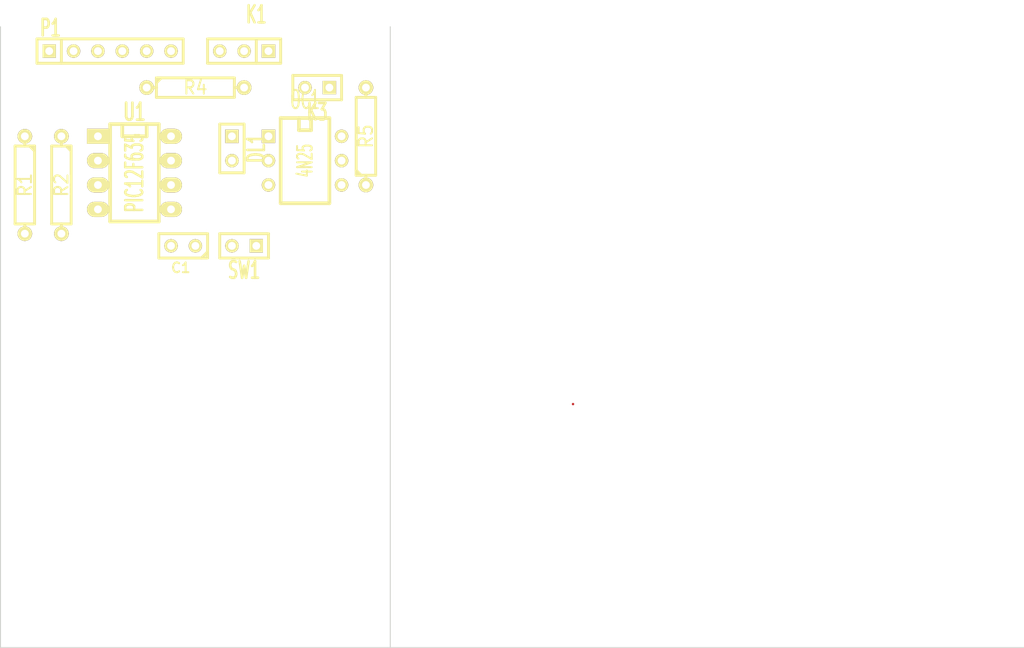
<source format=kicad_pcb>
(kicad_pcb (version 3) (host pcbnew "(2013-07-07 BZR 4022)-stable")

  (general
    (links 22)
    (no_connects 22)
    (area 86.309999 72.23125 193.090001 139.750001)
    (thickness 1.6)
    (drawings 3)
    (tracks 1)
    (zones 0)
    (modules 12)
    (nets 13)
  )

  (page A4)
  (title_block 
    (title "Tilt per antifurto con PIC12F635")
    (rev 0.5)
    (company "Loreto N.")
  )

  (layers
    (15 F.Cu signal)
    (2 F1.Cu signal)
    (1 B2.Cu signal)
    (0 B.Cu signal)
    (16 B.Adhes user)
    (17 F.Adhes user)
    (18 B.Paste user)
    (19 F.Paste user)
    (20 B.SilkS user)
    (21 F.SilkS user)
    (22 B.Mask user)
    (23 F.Mask user)
    (24 Dwgs.User user)
    (25 Cmts.User user)
    (26 Eco1.User user)
    (27 Eco2.User user)
    (28 Edge.Cuts user)
  )

  (setup
    (last_trace_width 0.254)
    (trace_clearance 0.381)
    (zone_clearance 0.508)
    (zone_45_only no)
    (trace_min 0.254)
    (segment_width 0.2)
    (edge_width 0.1)
    (via_size 0.889)
    (via_drill 0.635)
    (via_min_size 0.889)
    (via_min_drill 0.508)
    (uvia_size 0.508)
    (uvia_drill 0.127)
    (uvias_allowed no)
    (uvia_min_size 0.508)
    (uvia_min_drill 0.127)
    (pcb_text_width 0.3)
    (pcb_text_size 1.5 1.5)
    (mod_edge_width 0.15)
    (mod_text_size 1 1)
    (mod_text_width 0.15)
    (pad_size 1.5 1.5)
    (pad_drill 0.6)
    (pad_to_mask_clearance 0)
    (aux_axis_origin 0 0)
    (visible_elements 7FFFFFFF)
    (pcbplotparams
      (layerselection 3178497)
      (usegerberextensions true)
      (excludeedgelayer true)
      (linewidth 0.150000)
      (plotframeref false)
      (viasonmask false)
      (mode 1)
      (useauxorigin false)
      (hpglpennumber 1)
      (hpglpenspeed 20)
      (hpglpendiameter 15)
      (hpglpenoverlay 2)
      (psnegative false)
      (psa4output false)
      (plotreference true)
      (plotvalue true)
      (plotothertext true)
      (plotinvisibletext false)
      (padsonsilk false)
      (subtractmaskfromsilk false)
      (outputformat 1)
      (mirror false)
      (drillshape 1)
      (scaleselection 1)
      (outputdirectory ""))
  )

  (net 0 "")
  (net 1 /Out)
  (net 2 /Tilt)
  (net 3 GND)
  (net 4 ICSPCLK)
  (net 5 ICSPDAT)
  (net 6 N-0000011)
  (net 7 N-0000012)
  (net 8 N-0000015)
  (net 9 N-0000017)
  (net 10 N-0000018)
  (net 11 VCC)
  (net 12 VPP/MCLR)

  (net_class Default "This is the default net class."
    (clearance 0.381)
    (trace_width 0.254)
    (via_dia 0.889)
    (via_drill 0.635)
    (uvia_dia 0.508)
    (uvia_drill 0.127)
    (add_net "")
    (add_net /Out)
    (add_net /Tilt)
    (add_net ICSPCLK)
    (add_net ICSPDAT)
    (add_net N-0000011)
    (add_net N-0000012)
    (add_net N-0000015)
    (add_net N-0000017)
    (add_net N-0000018)
    (add_net VPP/MCLR)
  )

  (net_class Ln20 ""
    (clearance 0.381)
    (trace_width 0.508)
    (via_dia 0.889)
    (via_drill 0.635)
    (uvia_dia 0.508)
    (uvia_drill 0.127)
  )

  (net_class Ln30 ""
    (clearance 0.381)
    (trace_width 0.762)
    (via_dia 0.889)
    (via_drill 0.635)
    (uvia_dia 0.508)
    (uvia_drill 0.127)
    (add_net GND)
    (add_net VCC)
  )

  (module SIL-6 (layer F.Cu) (tedit 539E8753) (tstamp 539DC68C)
    (at 97.79 77.47)
    (descr "Connecteur 6 pins")
    (tags "CONN DEV")
    (path /53994C08)
    (fp_text reference P1 (at -6.223 -2.413) (layer F.SilkS)
      (effects (font (size 1.72974 1.08712) (thickness 0.3048)))
    )
    (fp_text value CONN_06 (at 1.27 -2.413) (layer F.SilkS) hide
      (effects (font (size 1.524 1.016) (thickness 0.3048)))
    )
    (fp_line (start -7.62 1.27) (end -7.62 -1.27) (layer F.SilkS) (width 0.3048))
    (fp_line (start -7.62 -1.27) (end 7.62 -1.27) (layer F.SilkS) (width 0.3048))
    (fp_line (start 7.62 -1.27) (end 7.62 1.27) (layer F.SilkS) (width 0.3048))
    (fp_line (start 7.62 1.27) (end -7.62 1.27) (layer F.SilkS) (width 0.3048))
    (fp_line (start -5.08 1.27) (end -5.08 -1.27) (layer F.SilkS) (width 0.3048))
    (pad 1 thru_hole rect (at -6.35 0) (size 1.397 1.397) (drill 0.8128)
      (layers *.Cu *.Mask F.SilkS)
      (net 12 VPP/MCLR)
    )
    (pad 2 thru_hole circle (at -3.81 0) (size 1.397 1.397) (drill 0.8128)
      (layers *.Cu *.Mask F.SilkS)
      (net 11 VCC)
    )
    (pad 3 thru_hole circle (at -1.27 0) (size 1.397 1.397) (drill 0.8128)
      (layers *.Cu *.Mask F.SilkS)
      (net 3 GND)
    )
    (pad 4 thru_hole circle (at 1.27 0) (size 1.397 1.397) (drill 0.8128)
      (layers *.Cu *.Mask F.SilkS)
      (net 5 ICSPDAT)
    )
    (pad 5 thru_hole circle (at 3.81 0) (size 1.397 1.397) (drill 0.8128)
      (layers *.Cu *.Mask F.SilkS)
      (net 4 ICSPCLK)
    )
    (pad 6 thru_hole circle (at 6.35 0) (size 1.397 1.397) (drill 0.8128)
      (layers *.Cu *.Mask F.SilkS)
    )
  )

  (module SIL-3 (layer F.Cu) (tedit 539DBD94) (tstamp 539A9794)
    (at 111.76 77.47 180)
    (descr "Connecteur 3 pins")
    (tags "CONN DEV")
    (path /5396AB45)
    (fp_text reference K1 (at -1.27 3.81 180) (layer F.SilkS)
      (effects (font (size 1.7907 1.07696) (thickness 0.3048)))
    )
    (fp_text value PWR (at 0 -2.54 180) (layer F.SilkS) hide
      (effects (font (size 1.524 1.016) (thickness 0.3048)))
    )
    (fp_line (start -3.81 1.27) (end -3.81 -1.27) (layer F.SilkS) (width 0.3048))
    (fp_line (start -3.81 -1.27) (end 3.81 -1.27) (layer F.SilkS) (width 0.3048))
    (fp_line (start 3.81 -1.27) (end 3.81 1.27) (layer F.SilkS) (width 0.3048))
    (fp_line (start 3.81 1.27) (end -3.81 1.27) (layer F.SilkS) (width 0.3048))
    (fp_line (start -1.27 -1.27) (end -1.27 1.27) (layer F.SilkS) (width 0.3048))
    (pad 1 thru_hole rect (at -2.54 0 180) (size 1.397 1.397) (drill 0.8128)
      (layers *.Cu *.Mask F.SilkS)
      (net 11 VCC)
    )
    (pad 2 thru_hole circle (at 0 0 180) (size 1.397 1.397) (drill 0.8128)
      (layers *.Cu *.Mask F.SilkS)
    )
    (pad 3 thru_hole circle (at 2.54 0 180) (size 1.397 1.397) (drill 0.8128)
      (layers *.Cu *.Mask F.SilkS)
      (net 3 GND)
    )
  )

  (module SIL-2 (layer F.Cu) (tedit 200000) (tstamp 539A97AA)
    (at 111.76 97.79 180)
    (descr "Connecteurs 2 pins")
    (tags "CONN DEV")
    (path /53666E7F)
    (fp_text reference SW1 (at 0 -2.54 180) (layer F.SilkS)
      (effects (font (size 1.72974 1.08712) (thickness 0.3048)))
    )
    (fp_text value TILT (at 0 -2.54 180) (layer F.SilkS) hide
      (effects (font (size 1.524 1.016) (thickness 0.3048)))
    )
    (fp_line (start -2.54 1.27) (end -2.54 -1.27) (layer F.SilkS) (width 0.3048))
    (fp_line (start -2.54 -1.27) (end 2.54 -1.27) (layer F.SilkS) (width 0.3048))
    (fp_line (start 2.54 -1.27) (end 2.54 1.27) (layer F.SilkS) (width 0.3048))
    (fp_line (start 2.54 1.27) (end -2.54 1.27) (layer F.SilkS) (width 0.3048))
    (pad 1 thru_hole rect (at -1.27 0 180) (size 1.397 1.397) (drill 0.8128)
      (layers *.Cu *.Mask F.SilkS)
      (net 3 GND)
    )
    (pad 2 thru_hole circle (at 1.27 0 180) (size 1.397 1.397) (drill 0.8128)
      (layers *.Cu *.Mask F.SilkS)
      (net 2 /Tilt)
    )
  )

  (module SIL-2 (layer F.Cu) (tedit 200000) (tstamp 539A97B4)
    (at 119.38 81.28 180)
    (descr "Connecteurs 2 pins")
    (tags "CONN DEV")
    (path /5399FC61)
    (fp_text reference K3 (at 0 -2.54 180) (layer F.SilkS)
      (effects (font (size 1.72974 1.08712) (thickness 0.3048)))
    )
    (fp_text value JAlarm (at 0 -2.54 180) (layer F.SilkS) hide
      (effects (font (size 1.524 1.016) (thickness 0.3048)))
    )
    (fp_line (start -2.54 1.27) (end -2.54 -1.27) (layer F.SilkS) (width 0.3048))
    (fp_line (start -2.54 -1.27) (end 2.54 -1.27) (layer F.SilkS) (width 0.3048))
    (fp_line (start 2.54 -1.27) (end 2.54 1.27) (layer F.SilkS) (width 0.3048))
    (fp_line (start 2.54 1.27) (end -2.54 1.27) (layer F.SilkS) (width 0.3048))
    (pad 1 thru_hole rect (at -1.27 0 180) (size 1.397 1.397) (drill 0.8128)
      (layers *.Cu *.Mask F.SilkS)
      (net 9 N-0000017)
    )
    (pad 2 thru_hole circle (at 1.27 0 180) (size 1.397 1.397) (drill 0.8128)
      (layers *.Cu *.Mask F.SilkS)
      (net 6 N-0000011)
    )
  )

  (module R4 (layer F.Cu) (tedit 200000) (tstamp 539A97CC)
    (at 88.9 91.44 270)
    (descr "Resitance 4 pas")
    (tags R)
    (path /53664DEB)
    (autoplace_cost180 10)
    (fp_text reference R1 (at 0 0 270) (layer F.SilkS)
      (effects (font (size 1.397 1.27) (thickness 0.2032)))
    )
    (fp_text value 470K (at 0 0 270) (layer F.SilkS) hide
      (effects (font (size 1.397 1.27) (thickness 0.2032)))
    )
    (fp_line (start -5.08 0) (end -4.064 0) (layer F.SilkS) (width 0.3048))
    (fp_line (start -4.064 0) (end -4.064 -1.016) (layer F.SilkS) (width 0.3048))
    (fp_line (start -4.064 -1.016) (end 4.064 -1.016) (layer F.SilkS) (width 0.3048))
    (fp_line (start 4.064 -1.016) (end 4.064 1.016) (layer F.SilkS) (width 0.3048))
    (fp_line (start 4.064 1.016) (end -4.064 1.016) (layer F.SilkS) (width 0.3048))
    (fp_line (start -4.064 1.016) (end -4.064 0) (layer F.SilkS) (width 0.3048))
    (fp_line (start -4.064 -0.508) (end -3.556 -1.016) (layer F.SilkS) (width 0.3048))
    (fp_line (start 5.08 0) (end 4.064 0) (layer F.SilkS) (width 0.3048))
    (pad 1 thru_hole circle (at -5.08 0 270) (size 1.524 1.524) (drill 0.8128)
      (layers *.Cu *.Mask F.SilkS)
      (net 11 VCC)
    )
    (pad 2 thru_hole circle (at 5.08 0 270) (size 1.524 1.524) (drill 0.8128)
      (layers *.Cu *.Mask F.SilkS)
      (net 2 /Tilt)
    )
    (model discret/resistor.wrl
      (at (xyz 0 0 0))
      (scale (xyz 0.4 0.4 0.4))
      (rotate (xyz 0 0 0))
    )
  )

  (module R4 (layer F.Cu) (tedit 200000) (tstamp 539DC64C)
    (at 92.71 91.44 270)
    (descr "Resitance 4 pas")
    (tags R)
    (path /5399FA94)
    (autoplace_cost180 10)
    (fp_text reference R2 (at 0 0 270) (layer F.SilkS)
      (effects (font (size 1.397 1.27) (thickness 0.2032)))
    )
    (fp_text value 25K (at 0 0 270) (layer F.SilkS) hide
      (effects (font (size 1.397 1.27) (thickness 0.2032)))
    )
    (fp_line (start -5.08 0) (end -4.064 0) (layer F.SilkS) (width 0.3048))
    (fp_line (start -4.064 0) (end -4.064 -1.016) (layer F.SilkS) (width 0.3048))
    (fp_line (start -4.064 -1.016) (end 4.064 -1.016) (layer F.SilkS) (width 0.3048))
    (fp_line (start 4.064 -1.016) (end 4.064 1.016) (layer F.SilkS) (width 0.3048))
    (fp_line (start 4.064 1.016) (end -4.064 1.016) (layer F.SilkS) (width 0.3048))
    (fp_line (start -4.064 1.016) (end -4.064 0) (layer F.SilkS) (width 0.3048))
    (fp_line (start -4.064 -0.508) (end -3.556 -1.016) (layer F.SilkS) (width 0.3048))
    (fp_line (start 5.08 0) (end 4.064 0) (layer F.SilkS) (width 0.3048))
    (pad 1 thru_hole circle (at -5.08 0 270) (size 1.524 1.524) (drill 0.8128)
      (layers *.Cu *.Mask F.SilkS)
      (net 11 VCC)
    )
    (pad 2 thru_hole circle (at 5.08 0 270) (size 1.524 1.524) (drill 0.8128)
      (layers *.Cu *.Mask F.SilkS)
      (net 12 VPP/MCLR)
    )
    (model discret/resistor.wrl
      (at (xyz 0 0 0))
      (scale (xyz 0.4 0.4 0.4))
      (rotate (xyz 0 0 0))
    )
  )

  (module R4 (layer F.Cu) (tedit 200000) (tstamp 539DC1F1)
    (at 106.68 81.28)
    (descr "Resitance 4 pas")
    (tags R)
    (path /5399FB90)
    (autoplace_cost180 10)
    (fp_text reference R4 (at 0 0) (layer F.SilkS)
      (effects (font (size 1.397 1.27) (thickness 0.2032)))
    )
    (fp_text value 33 (at 0 0) (layer F.SilkS) hide
      (effects (font (size 1.397 1.27) (thickness 0.2032)))
    )
    (fp_line (start -5.08 0) (end -4.064 0) (layer F.SilkS) (width 0.3048))
    (fp_line (start -4.064 0) (end -4.064 -1.016) (layer F.SilkS) (width 0.3048))
    (fp_line (start -4.064 -1.016) (end 4.064 -1.016) (layer F.SilkS) (width 0.3048))
    (fp_line (start 4.064 -1.016) (end 4.064 1.016) (layer F.SilkS) (width 0.3048))
    (fp_line (start 4.064 1.016) (end -4.064 1.016) (layer F.SilkS) (width 0.3048))
    (fp_line (start -4.064 1.016) (end -4.064 0) (layer F.SilkS) (width 0.3048))
    (fp_line (start -4.064 -0.508) (end -3.556 -1.016) (layer F.SilkS) (width 0.3048))
    (fp_line (start 5.08 0) (end 4.064 0) (layer F.SilkS) (width 0.3048))
    (pad 1 thru_hole circle (at -5.08 0) (size 1.524 1.524) (drill 0.8128)
      (layers *.Cu *.Mask F.SilkS)
      (net 1 /Out)
    )
    (pad 2 thru_hole circle (at 5.08 0) (size 1.524 1.524) (drill 0.8128)
      (layers *.Cu *.Mask F.SilkS)
      (net 7 N-0000012)
    )
    (model discret/resistor.wrl
      (at (xyz 0 0 0))
      (scale (xyz 0.4 0.4 0.4))
      (rotate (xyz 0 0 0))
    )
  )

  (module R4 (layer F.Cu) (tedit 200000) (tstamp 539A9804)
    (at 124.46 86.36 90)
    (descr "Resitance 4 pas")
    (tags R)
    (path /5399FB96)
    (autoplace_cost180 10)
    (fp_text reference R5 (at 0 0 90) (layer F.SilkS)
      (effects (font (size 1.397 1.27) (thickness 0.2032)))
    )
    (fp_text value 47K (at 0 0 90) (layer F.SilkS) hide
      (effects (font (size 1.397 1.27) (thickness 0.2032)))
    )
    (fp_line (start -5.08 0) (end -4.064 0) (layer F.SilkS) (width 0.3048))
    (fp_line (start -4.064 0) (end -4.064 -1.016) (layer F.SilkS) (width 0.3048))
    (fp_line (start -4.064 -1.016) (end 4.064 -1.016) (layer F.SilkS) (width 0.3048))
    (fp_line (start 4.064 -1.016) (end 4.064 1.016) (layer F.SilkS) (width 0.3048))
    (fp_line (start 4.064 1.016) (end -4.064 1.016) (layer F.SilkS) (width 0.3048))
    (fp_line (start -4.064 1.016) (end -4.064 0) (layer F.SilkS) (width 0.3048))
    (fp_line (start -4.064 -0.508) (end -3.556 -1.016) (layer F.SilkS) (width 0.3048))
    (fp_line (start 5.08 0) (end 4.064 0) (layer F.SilkS) (width 0.3048))
    (pad 1 thru_hole circle (at -5.08 0 90) (size 1.524 1.524) (drill 0.8128)
      (layers *.Cu *.Mask F.SilkS)
      (net 9 N-0000017)
    )
    (pad 2 thru_hole circle (at 5.08 0 90) (size 1.524 1.524) (drill 0.8128)
      (layers *.Cu *.Mask F.SilkS)
      (net 10 N-0000018)
    )
    (model discret/resistor.wrl
      (at (xyz 0 0 0))
      (scale (xyz 0.4 0.4 0.4))
      (rotate (xyz 0 0 0))
    )
  )

  (module DIP-8__300_ELL (layer F.Cu) (tedit 200000) (tstamp 539A9821)
    (at 100.33 90.17 270)
    (descr "8 pins DIL package, elliptical pads")
    (tags DIL)
    (path /53664521)
    (fp_text reference U1 (at -6.35 0 360) (layer F.SilkS)
      (effects (font (size 1.778 1.143) (thickness 0.3048)))
    )
    (fp_text value PIC12F635 (at 0 0 270) (layer F.SilkS)
      (effects (font (size 1.778 1.016) (thickness 0.3048)))
    )
    (fp_line (start -5.08 -1.27) (end -3.81 -1.27) (layer F.SilkS) (width 0.381))
    (fp_line (start -3.81 -1.27) (end -3.81 1.27) (layer F.SilkS) (width 0.381))
    (fp_line (start -3.81 1.27) (end -5.08 1.27) (layer F.SilkS) (width 0.381))
    (fp_line (start -5.08 -2.54) (end 5.08 -2.54) (layer F.SilkS) (width 0.381))
    (fp_line (start 5.08 -2.54) (end 5.08 2.54) (layer F.SilkS) (width 0.381))
    (fp_line (start 5.08 2.54) (end -5.08 2.54) (layer F.SilkS) (width 0.381))
    (fp_line (start -5.08 2.54) (end -5.08 -2.54) (layer F.SilkS) (width 0.381))
    (pad 1 thru_hole rect (at -3.81 3.81 270) (size 1.5748 2.286) (drill 0.8128)
      (layers *.Cu *.Mask F.SilkS)
      (net 11 VCC)
    )
    (pad 2 thru_hole oval (at -1.27 3.81 270) (size 1.5748 2.286) (drill 0.8128)
      (layers *.Cu *.Mask F.SilkS)
      (net 1 /Out)
    )
    (pad 3 thru_hole oval (at 1.27 3.81 270) (size 1.5748 2.286) (drill 0.8128)
      (layers *.Cu *.Mask F.SilkS)
    )
    (pad 4 thru_hole oval (at 3.81 3.81 270) (size 1.5748 2.286) (drill 0.8128)
      (layers *.Cu *.Mask F.SilkS)
      (net 12 VPP/MCLR)
    )
    (pad 5 thru_hole oval (at 3.81 -3.81 270) (size 1.5748 2.286) (drill 0.8128)
      (layers *.Cu *.Mask F.SilkS)
      (net 8 N-0000015)
    )
    (pad 6 thru_hole oval (at 1.27 -3.81 270) (size 1.5748 2.286) (drill 0.8128)
      (layers *.Cu *.Mask F.SilkS)
      (net 4 ICSPCLK)
    )
    (pad 7 thru_hole oval (at -1.27 -3.81 270) (size 1.5748 2.286) (drill 0.8128)
      (layers *.Cu *.Mask F.SilkS)
      (net 5 ICSPDAT)
    )
    (pad 8 thru_hole oval (at -3.81 -3.81 270) (size 1.5748 2.286) (drill 0.8128)
      (layers *.Cu *.Mask F.SilkS)
      (net 3 GND)
    )
    (model dil/dil_8.wrl
      (at (xyz 0 0 0))
      (scale (xyz 1 1 1))
      (rotate (xyz 0 0 0))
    )
  )

  (module DIP-6__300 (layer F.Cu) (tedit 49DC487C) (tstamp 539A9832)
    (at 118.11 88.9 270)
    (descr "6 pins DIL package, round pads")
    (tags DIL)
    (path /5397FE81)
    (fp_text reference OC1 (at -6.35 0 360) (layer F.SilkS)
      (effects (font (size 1.905 1.016) (thickness 0.2032)))
    )
    (fp_text value 4N25 (at 0 0 270) (layer F.SilkS)
      (effects (font (size 1.524 0.889) (thickness 0.2032)))
    )
    (fp_line (start -4.445 -2.54) (end 4.445 -2.54) (layer F.SilkS) (width 0.381))
    (fp_line (start 4.445 -2.54) (end 4.445 2.54) (layer F.SilkS) (width 0.381))
    (fp_line (start 4.445 2.54) (end -4.445 2.54) (layer F.SilkS) (width 0.381))
    (fp_line (start -4.445 2.54) (end -4.445 -2.54) (layer F.SilkS) (width 0.381))
    (fp_line (start -4.445 -0.635) (end -3.175 -0.635) (layer F.SilkS) (width 0.381))
    (fp_line (start -3.175 -0.635) (end -3.175 0.635) (layer F.SilkS) (width 0.381))
    (fp_line (start -3.175 0.635) (end -4.445 0.635) (layer F.SilkS) (width 0.381))
    (pad 1 thru_hole rect (at -2.54 3.81 270) (size 1.397 1.397) (drill 0.8128)
      (layers *.Cu *.Mask F.SilkS)
      (net 7 N-0000012)
    )
    (pad 2 thru_hole circle (at 0 3.81 270) (size 1.397 1.397) (drill 0.8128)
      (layers *.Cu *.Mask F.SilkS)
      (net 3 GND)
    )
    (pad 3 thru_hole circle (at 2.54 3.81 270) (size 1.397 1.397) (drill 0.8128)
      (layers *.Cu *.Mask F.SilkS)
    )
    (pad 4 thru_hole circle (at 2.54 -3.81 270) (size 1.397 1.397) (drill 0.8128)
      (layers *.Cu *.Mask F.SilkS)
      (net 6 N-0000011)
    )
    (pad 5 thru_hole circle (at 0 -3.81 270) (size 1.397 1.397) (drill 0.8128)
      (layers *.Cu *.Mask F.SilkS)
      (net 10 N-0000018)
    )
    (pad 6 thru_hole circle (at -2.54 -3.81 270) (size 1.397 1.397) (drill 0.8128)
      (layers *.Cu *.Mask F.SilkS)
    )
    (model dil/dil_6.wrl
      (at (xyz 0 0 0))
      (scale (xyz 1 1 1))
      (rotate (xyz 0 0 0))
    )
  )

  (module SIL-2 (layer F.Cu) (tedit 200000) (tstamp 539A980E)
    (at 110.49 87.63 270)
    (descr "Connecteurs 2 pins")
    (tags "CONN DEV")
    (path /53B97AE1)
    (fp_text reference DL1 (at 0 -2.54 270) (layer F.SilkS)
      (effects (font (size 1.72974 1.08712) (thickness 0.3048)))
    )
    (fp_text value LED (at 0 -2.54 270) (layer F.SilkS) hide
      (effects (font (size 1.524 1.016) (thickness 0.3048)))
    )
    (fp_line (start -2.54 1.27) (end -2.54 -1.27) (layer F.SilkS) (width 0.3048))
    (fp_line (start -2.54 -1.27) (end 2.54 -1.27) (layer F.SilkS) (width 0.3048))
    (fp_line (start 2.54 -1.27) (end 2.54 1.27) (layer F.SilkS) (width 0.3048))
    (fp_line (start 2.54 1.27) (end -2.54 1.27) (layer F.SilkS) (width 0.3048))
    (pad 1 thru_hole rect (at -1.27 0 270) (size 1.397 1.397) (drill 0.8128)
      (layers *.Cu *.Mask F.SilkS)
      (net 7 N-0000012)
    )
    (pad 2 thru_hole circle (at 1.27 0 270) (size 1.397 1.397) (drill 0.8128)
      (layers *.Cu *.Mask F.SilkS)
      (net 3 GND)
    )
  )

  (module C1 (layer F.Cu) (tedit 3F92C496) (tstamp 539A984D)
    (at 105.41 97.79 180)
    (descr "Condensateur e = 1 pas")
    (tags C)
    (path /5396A68B)
    (fp_text reference C1 (at 0.254 -2.286 180) (layer F.SilkS)
      (effects (font (size 1.016 1.016) (thickness 0.2032)))
    )
    (fp_text value .01uF (at 0 -2.286 180) (layer F.SilkS) hide
      (effects (font (size 1.016 1.016) (thickness 0.2032)))
    )
    (fp_line (start -2.4892 -1.27) (end 2.54 -1.27) (layer F.SilkS) (width 0.3048))
    (fp_line (start 2.54 -1.27) (end 2.54 1.27) (layer F.SilkS) (width 0.3048))
    (fp_line (start 2.54 1.27) (end -2.54 1.27) (layer F.SilkS) (width 0.3048))
    (fp_line (start -2.54 1.27) (end -2.54 -1.27) (layer F.SilkS) (width 0.3048))
    (fp_line (start -2.54 -0.635) (end -1.905 -1.27) (layer F.SilkS) (width 0.3048))
    (pad 1 thru_hole circle (at -1.27 0 180) (size 1.397 1.397) (drill 0.8128)
      (layers *.Cu *.Mask F.SilkS)
      (net 2 /Tilt)
    )
    (pad 2 thru_hole circle (at 1.27 0 180) (size 1.397 1.397) (drill 0.8128)
      (layers *.Cu *.Mask F.SilkS)
      (net 8 N-0000015)
    )
    (model discret/capa_1_pas.wrl
      (at (xyz 0 0 0))
      (scale (xyz 1 1 1))
      (rotate (xyz 0 0 0))
    )
  )

  (gr_line (start 86.36 139.7) (end 86.36 74.93) (angle 90) (layer Edge.Cuts) (width 0.1))
  (gr_line (start 193.04 139.7) (end 86.36 139.7) (angle 90) (layer Edge.Cuts) (width 0.1))
  (gr_line (start 127 74.93) (end 127 139.7) (angle 90) (layer Edge.Cuts) (width 0.1))

  (segment (start 146.05 114.3) (end 146.05 114.3) (width 0.254) (layer F.Cu) (net 0) (status 10))

)

</source>
